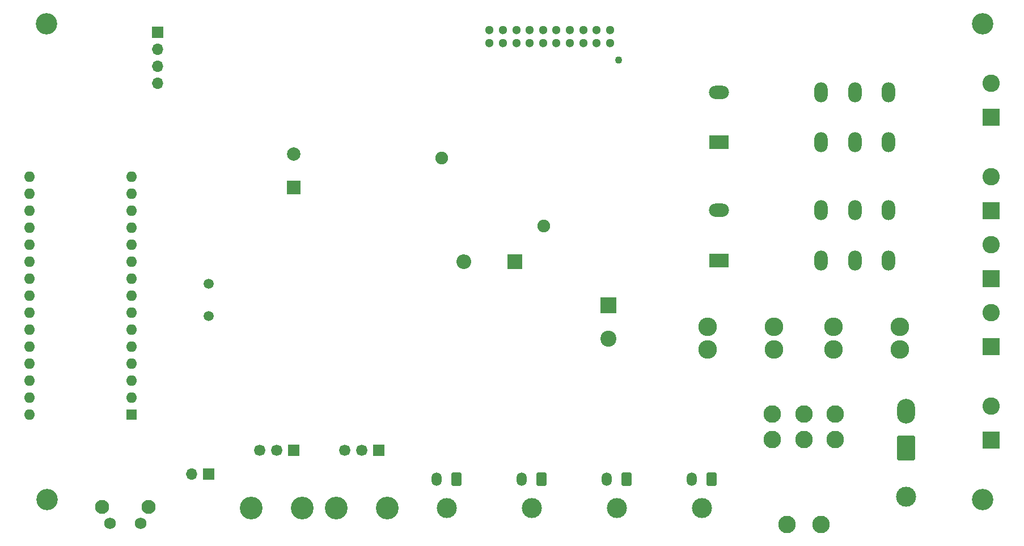
<source format=gbs>
%TF.GenerationSoftware,KiCad,Pcbnew,(6.0.8-1)-1*%
%TF.CreationDate,2023-03-04T15:31:59-08:00*%
%TF.ProjectId,Urban Battery - BMS_complement,55726261-6e20-4426-9174-74657279202d,rev?*%
%TF.SameCoordinates,Original*%
%TF.FileFunction,Soldermask,Bot*%
%TF.FilePolarity,Negative*%
%FSLAX46Y46*%
G04 Gerber Fmt 4.6, Leading zero omitted, Abs format (unit mm)*
G04 Created by KiCad (PCBNEW (6.0.8-1)-1) date 2023-03-04 15:31:59*
%MOMM*%
%LPD*%
G01*
G04 APERTURE LIST*
G04 Aperture macros list*
%AMRoundRect*
0 Rectangle with rounded corners*
0 $1 Rounding radius*
0 $2 $3 $4 $5 $6 $7 $8 $9 X,Y pos of 4 corners*
0 Add a 4 corners polygon primitive as box body*
4,1,4,$2,$3,$4,$5,$6,$7,$8,$9,$2,$3,0*
0 Add four circle primitives for the rounded corners*
1,1,$1+$1,$2,$3*
1,1,$1+$1,$4,$5*
1,1,$1+$1,$6,$7*
1,1,$1+$1,$8,$9*
0 Add four rect primitives between the rounded corners*
20,1,$1+$1,$2,$3,$4,$5,0*
20,1,$1+$1,$4,$5,$6,$7,0*
20,1,$1+$1,$6,$7,$8,$9,0*
20,1,$1+$1,$8,$9,$2,$3,0*%
G04 Aperture macros list end*
%ADD10C,3.000000*%
%ADD11RoundRect,0.250001X0.499999X0.759999X-0.499999X0.759999X-0.499999X-0.759999X0.499999X-0.759999X0*%
%ADD12O,1.500000X2.020000*%
%ADD13R,2.600000X2.600000*%
%ADD14C,2.600000*%
%ADD15RoundRect,0.250001X1.099999X1.599999X-1.099999X1.599999X-1.099999X-1.599999X1.099999X-1.599999X0*%
%ADD16O,2.700000X3.700000*%
%ADD17R,1.600000X1.600000*%
%ADD18O,1.600000X1.600000*%
%ADD19C,3.200000*%
%ADD20C,2.780000*%
%ADD21R,2.400000X2.400000*%
%ADD22C,2.400000*%
%ADD23O,2.000000X3.000000*%
%ADD24R,3.000000X2.000000*%
%ADD25O,3.000000X2.000000*%
%ADD26R,2.200000X2.200000*%
%ADD27O,2.200000X2.200000*%
%ADD28R,1.700000X1.700000*%
%ADD29O,1.700000X1.700000*%
%ADD30C,1.500000*%
%ADD31C,3.400000*%
%ADD32R,1.690000X1.690000*%
%ADD33C,1.690000*%
%ADD34C,2.616200*%
%ADD35C,1.100000*%
%ADD36C,1.300000*%
%ADD37C,1.900000*%
%ADD38C,2.100000*%
%ADD39C,1.750000*%
%ADD40R,2.000000X2.000000*%
%ADD41C,2.000000*%
G04 APERTURE END LIST*
D10*
X180340000Y-129540000D03*
D11*
X181840000Y-125220000D03*
D12*
X178840000Y-125220000D03*
D13*
X223520000Y-71120000D03*
D14*
X223520000Y-66040000D03*
D10*
X210820000Y-127850000D03*
D15*
X210820000Y-120550000D03*
D16*
X210820000Y-115050000D03*
D17*
X95240000Y-115570000D03*
D18*
X95240000Y-113030000D03*
X95240000Y-110490000D03*
X95240000Y-107950000D03*
X95240000Y-105410000D03*
X95240000Y-102870000D03*
X95240000Y-100330000D03*
X95240000Y-97790000D03*
X95240000Y-95250000D03*
X95240000Y-92710000D03*
X95240000Y-90170000D03*
X95240000Y-87630000D03*
X95240000Y-85090000D03*
X95240000Y-82550000D03*
X95240000Y-80010000D03*
X80000000Y-80010000D03*
X80000000Y-82550000D03*
X80000000Y-85090000D03*
X80000000Y-87630000D03*
X80000000Y-90170000D03*
X80000000Y-92710000D03*
X80000000Y-95250000D03*
X80000000Y-97790000D03*
X80000000Y-100330000D03*
X80000000Y-102870000D03*
X80000000Y-105410000D03*
X80000000Y-107950000D03*
X80000000Y-110490000D03*
X80000000Y-113030000D03*
X80000000Y-115570000D03*
D13*
X223520000Y-85095000D03*
D14*
X223520000Y-80015000D03*
D19*
X222250000Y-128268106D03*
D20*
X181222000Y-102440000D03*
X181222000Y-105840000D03*
X191142000Y-105840000D03*
X191142000Y-102440000D03*
D21*
X166370000Y-99232323D03*
D22*
X166370000Y-104232323D03*
D10*
X167640000Y-129540000D03*
D11*
X169140000Y-125220000D03*
D12*
X166140000Y-125220000D03*
D10*
X142240000Y-129540000D03*
D11*
X143740000Y-125220000D03*
D12*
X140740000Y-125220000D03*
D23*
X208262000Y-74870000D03*
X208262000Y-67370000D03*
X198182000Y-67370000D03*
X198182000Y-74870000D03*
D24*
X182922000Y-74870000D03*
D25*
X182922000Y-67370000D03*
D23*
X203222000Y-74870000D03*
X203222000Y-67370000D03*
D13*
X223520000Y-105410000D03*
D14*
X223520000Y-100330000D03*
D26*
X152400000Y-92710000D03*
D27*
X144780000Y-92710000D03*
D28*
X106680000Y-124460000D03*
D29*
X104140000Y-124460000D03*
D10*
X154940000Y-129540000D03*
D11*
X156440000Y-125220000D03*
D12*
X153440000Y-125220000D03*
D30*
X106680000Y-95975000D03*
X106680000Y-100855000D03*
D31*
X120650000Y-129545000D03*
X113030000Y-129545000D03*
D32*
X119380000Y-120905000D03*
D33*
X116840000Y-120905000D03*
X114300000Y-120905000D03*
D13*
X223520000Y-119380000D03*
D14*
X223520000Y-114300000D03*
D34*
X193040000Y-131953000D03*
X198120000Y-131953000D03*
X200279000Y-119253000D03*
X195580000Y-119253000D03*
X190881000Y-119253000D03*
X200279000Y-115443000D03*
X195580000Y-115443000D03*
X190881000Y-115443000D03*
D31*
X125730000Y-129545000D03*
X133350000Y-129545000D03*
D32*
X132080000Y-120905000D03*
D33*
X129540000Y-120905000D03*
X127000000Y-120905000D03*
D13*
X223520000Y-95250000D03*
D14*
X223520000Y-90170000D03*
D28*
X99060000Y-58420000D03*
D29*
X99060000Y-60960000D03*
X99060000Y-63500000D03*
X99060000Y-66040000D03*
D35*
X167950000Y-62540000D03*
D36*
X166650000Y-60040000D03*
X166650000Y-58040000D03*
X164650000Y-60040000D03*
X164650000Y-58040000D03*
X162650000Y-60040000D03*
X162650000Y-58040000D03*
X160650000Y-60040000D03*
X160650000Y-58040000D03*
X158650000Y-60040000D03*
X158650000Y-58040000D03*
X156650000Y-60040000D03*
X156650000Y-58040000D03*
X154650000Y-60040000D03*
X154650000Y-58040000D03*
X152650000Y-60040000D03*
X152650000Y-58040000D03*
X150650000Y-60040000D03*
X150650000Y-58040000D03*
X148650000Y-60040000D03*
X148650000Y-58040000D03*
D37*
X156718000Y-87376000D03*
X141478000Y-77216000D03*
D38*
X90760000Y-129338500D03*
X97770000Y-129338500D03*
D39*
X96520000Y-131828500D03*
X92020000Y-131828500D03*
D19*
X222250000Y-57118674D03*
X82533637Y-57118674D03*
D40*
X119380000Y-81615677D03*
D41*
X119380000Y-76615677D03*
D23*
X208262000Y-85023000D03*
X208262000Y-92523000D03*
X198182000Y-92523000D03*
X198182000Y-85023000D03*
D24*
X182922000Y-92523000D03*
D25*
X182922000Y-85023000D03*
D23*
X203222000Y-85023000D03*
X203222000Y-92523000D03*
D19*
X82550000Y-128270000D03*
D20*
X200018000Y-105840000D03*
X200018000Y-102440000D03*
X209938000Y-102440000D03*
X209938000Y-105840000D03*
M02*

</source>
